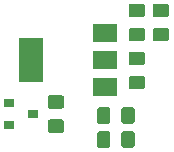
<source format=gbr>
G04 #@! TF.GenerationSoftware,KiCad,Pcbnew,(5.1.5)-3*
G04 #@! TF.CreationDate,2020-09-18T03:50:12-03:00*
G04 #@! TF.ProjectId,UFRGS PILL,55465247-5320-4504-994c-4c2e6b696361,0.1*
G04 #@! TF.SameCoordinates,Original*
G04 #@! TF.FileFunction,Paste,Bot*
G04 #@! TF.FilePolarity,Positive*
%FSLAX46Y46*%
G04 Gerber Fmt 4.6, Leading zero omitted, Abs format (unit mm)*
G04 Created by KiCad (PCBNEW (5.1.5)-3) date 2020-09-18 03:50:12*
%MOMM*%
%LPD*%
G04 APERTURE LIST*
%ADD10C,0.100000*%
%ADD11R,2.000000X1.500000*%
%ADD12R,2.000000X3.800000*%
%ADD13R,0.900000X0.800000*%
G04 APERTURE END LIST*
D10*
G36*
X122394505Y-46661204D02*
G01*
X122418773Y-46664804D01*
X122442572Y-46670765D01*
X122465671Y-46679030D01*
X122487850Y-46689520D01*
X122508893Y-46702132D01*
X122528599Y-46716747D01*
X122546777Y-46733223D01*
X122563253Y-46751401D01*
X122577868Y-46771107D01*
X122590480Y-46792150D01*
X122600970Y-46814329D01*
X122609235Y-46837428D01*
X122615196Y-46861227D01*
X122618796Y-46885495D01*
X122620000Y-46909999D01*
X122620000Y-47560001D01*
X122618796Y-47584505D01*
X122615196Y-47608773D01*
X122609235Y-47632572D01*
X122600970Y-47655671D01*
X122590480Y-47677850D01*
X122577868Y-47698893D01*
X122563253Y-47718599D01*
X122546777Y-47736777D01*
X122528599Y-47753253D01*
X122508893Y-47767868D01*
X122487850Y-47780480D01*
X122465671Y-47790970D01*
X122442572Y-47799235D01*
X122418773Y-47805196D01*
X122394505Y-47808796D01*
X122370001Y-47810000D01*
X121469999Y-47810000D01*
X121445495Y-47808796D01*
X121421227Y-47805196D01*
X121397428Y-47799235D01*
X121374329Y-47790970D01*
X121352150Y-47780480D01*
X121331107Y-47767868D01*
X121311401Y-47753253D01*
X121293223Y-47736777D01*
X121276747Y-47718599D01*
X121262132Y-47698893D01*
X121249520Y-47677850D01*
X121239030Y-47655671D01*
X121230765Y-47632572D01*
X121224804Y-47608773D01*
X121221204Y-47584505D01*
X121220000Y-47560001D01*
X121220000Y-46909999D01*
X121221204Y-46885495D01*
X121224804Y-46861227D01*
X121230765Y-46837428D01*
X121239030Y-46814329D01*
X121249520Y-46792150D01*
X121262132Y-46771107D01*
X121276747Y-46751401D01*
X121293223Y-46733223D01*
X121311401Y-46716747D01*
X121331107Y-46702132D01*
X121352150Y-46689520D01*
X121374329Y-46679030D01*
X121397428Y-46670765D01*
X121421227Y-46664804D01*
X121445495Y-46661204D01*
X121469999Y-46660000D01*
X122370001Y-46660000D01*
X122394505Y-46661204D01*
G37*
G36*
X122394505Y-48711204D02*
G01*
X122418773Y-48714804D01*
X122442572Y-48720765D01*
X122465671Y-48729030D01*
X122487850Y-48739520D01*
X122508893Y-48752132D01*
X122528599Y-48766747D01*
X122546777Y-48783223D01*
X122563253Y-48801401D01*
X122577868Y-48821107D01*
X122590480Y-48842150D01*
X122600970Y-48864329D01*
X122609235Y-48887428D01*
X122615196Y-48911227D01*
X122618796Y-48935495D01*
X122620000Y-48959999D01*
X122620000Y-49610001D01*
X122618796Y-49634505D01*
X122615196Y-49658773D01*
X122609235Y-49682572D01*
X122600970Y-49705671D01*
X122590480Y-49727850D01*
X122577868Y-49748893D01*
X122563253Y-49768599D01*
X122546777Y-49786777D01*
X122528599Y-49803253D01*
X122508893Y-49817868D01*
X122487850Y-49830480D01*
X122465671Y-49840970D01*
X122442572Y-49849235D01*
X122418773Y-49855196D01*
X122394505Y-49858796D01*
X122370001Y-49860000D01*
X121469999Y-49860000D01*
X121445495Y-49858796D01*
X121421227Y-49855196D01*
X121397428Y-49849235D01*
X121374329Y-49840970D01*
X121352150Y-49830480D01*
X121331107Y-49817868D01*
X121311401Y-49803253D01*
X121293223Y-49786777D01*
X121276747Y-49768599D01*
X121262132Y-49748893D01*
X121249520Y-49727850D01*
X121239030Y-49705671D01*
X121230765Y-49682572D01*
X121224804Y-49658773D01*
X121221204Y-49634505D01*
X121220000Y-49610001D01*
X121220000Y-48959999D01*
X121221204Y-48935495D01*
X121224804Y-48911227D01*
X121230765Y-48887428D01*
X121239030Y-48864329D01*
X121249520Y-48842150D01*
X121262132Y-48821107D01*
X121276747Y-48801401D01*
X121293223Y-48783223D01*
X121311401Y-48766747D01*
X121331107Y-48752132D01*
X121352150Y-48739520D01*
X121374329Y-48729030D01*
X121397428Y-48720765D01*
X121421227Y-48714804D01*
X121445495Y-48711204D01*
X121469999Y-48710000D01*
X122370001Y-48710000D01*
X122394505Y-48711204D01*
G37*
D11*
X119228000Y-45071000D03*
X119228000Y-49671000D03*
X119228000Y-47371000D03*
D12*
X112928000Y-47371000D03*
D10*
G36*
X115536505Y-50344204D02*
G01*
X115560773Y-50347804D01*
X115584572Y-50353765D01*
X115607671Y-50362030D01*
X115629850Y-50372520D01*
X115650893Y-50385132D01*
X115670599Y-50399747D01*
X115688777Y-50416223D01*
X115705253Y-50434401D01*
X115719868Y-50454107D01*
X115732480Y-50475150D01*
X115742970Y-50497329D01*
X115751235Y-50520428D01*
X115757196Y-50544227D01*
X115760796Y-50568495D01*
X115762000Y-50592999D01*
X115762000Y-51243001D01*
X115760796Y-51267505D01*
X115757196Y-51291773D01*
X115751235Y-51315572D01*
X115742970Y-51338671D01*
X115732480Y-51360850D01*
X115719868Y-51381893D01*
X115705253Y-51401599D01*
X115688777Y-51419777D01*
X115670599Y-51436253D01*
X115650893Y-51450868D01*
X115629850Y-51463480D01*
X115607671Y-51473970D01*
X115584572Y-51482235D01*
X115560773Y-51488196D01*
X115536505Y-51491796D01*
X115512001Y-51493000D01*
X114611999Y-51493000D01*
X114587495Y-51491796D01*
X114563227Y-51488196D01*
X114539428Y-51482235D01*
X114516329Y-51473970D01*
X114494150Y-51463480D01*
X114473107Y-51450868D01*
X114453401Y-51436253D01*
X114435223Y-51419777D01*
X114418747Y-51401599D01*
X114404132Y-51381893D01*
X114391520Y-51360850D01*
X114381030Y-51338671D01*
X114372765Y-51315572D01*
X114366804Y-51291773D01*
X114363204Y-51267505D01*
X114362000Y-51243001D01*
X114362000Y-50592999D01*
X114363204Y-50568495D01*
X114366804Y-50544227D01*
X114372765Y-50520428D01*
X114381030Y-50497329D01*
X114391520Y-50475150D01*
X114404132Y-50454107D01*
X114418747Y-50434401D01*
X114435223Y-50416223D01*
X114453401Y-50399747D01*
X114473107Y-50385132D01*
X114494150Y-50372520D01*
X114516329Y-50362030D01*
X114539428Y-50353765D01*
X114563227Y-50347804D01*
X114587495Y-50344204D01*
X114611999Y-50343000D01*
X115512001Y-50343000D01*
X115536505Y-50344204D01*
G37*
G36*
X115536505Y-52394204D02*
G01*
X115560773Y-52397804D01*
X115584572Y-52403765D01*
X115607671Y-52412030D01*
X115629850Y-52422520D01*
X115650893Y-52435132D01*
X115670599Y-52449747D01*
X115688777Y-52466223D01*
X115705253Y-52484401D01*
X115719868Y-52504107D01*
X115732480Y-52525150D01*
X115742970Y-52547329D01*
X115751235Y-52570428D01*
X115757196Y-52594227D01*
X115760796Y-52618495D01*
X115762000Y-52642999D01*
X115762000Y-53293001D01*
X115760796Y-53317505D01*
X115757196Y-53341773D01*
X115751235Y-53365572D01*
X115742970Y-53388671D01*
X115732480Y-53410850D01*
X115719868Y-53431893D01*
X115705253Y-53451599D01*
X115688777Y-53469777D01*
X115670599Y-53486253D01*
X115650893Y-53500868D01*
X115629850Y-53513480D01*
X115607671Y-53523970D01*
X115584572Y-53532235D01*
X115560773Y-53538196D01*
X115536505Y-53541796D01*
X115512001Y-53543000D01*
X114611999Y-53543000D01*
X114587495Y-53541796D01*
X114563227Y-53538196D01*
X114539428Y-53532235D01*
X114516329Y-53523970D01*
X114494150Y-53513480D01*
X114473107Y-53500868D01*
X114453401Y-53486253D01*
X114435223Y-53469777D01*
X114418747Y-53451599D01*
X114404132Y-53431893D01*
X114391520Y-53410850D01*
X114381030Y-53388671D01*
X114372765Y-53365572D01*
X114366804Y-53341773D01*
X114363204Y-53317505D01*
X114362000Y-53293001D01*
X114362000Y-52642999D01*
X114363204Y-52618495D01*
X114366804Y-52594227D01*
X114372765Y-52570428D01*
X114381030Y-52547329D01*
X114391520Y-52525150D01*
X114404132Y-52504107D01*
X114418747Y-52484401D01*
X114435223Y-52466223D01*
X114453401Y-52449747D01*
X114473107Y-52435132D01*
X114494150Y-52422520D01*
X114516329Y-52412030D01*
X114539428Y-52403765D01*
X114563227Y-52397804D01*
X114587495Y-52394204D01*
X114611999Y-52393000D01*
X115512001Y-52393000D01*
X115536505Y-52394204D01*
G37*
D13*
X113141000Y-51943000D03*
X111141000Y-50993000D03*
X111141000Y-52893000D03*
D10*
G36*
X124426505Y-42597204D02*
G01*
X124450773Y-42600804D01*
X124474572Y-42606765D01*
X124497671Y-42615030D01*
X124519850Y-42625520D01*
X124540893Y-42638132D01*
X124560599Y-42652747D01*
X124578777Y-42669223D01*
X124595253Y-42687401D01*
X124609868Y-42707107D01*
X124622480Y-42728150D01*
X124632970Y-42750329D01*
X124641235Y-42773428D01*
X124647196Y-42797227D01*
X124650796Y-42821495D01*
X124652000Y-42845999D01*
X124652000Y-43496001D01*
X124650796Y-43520505D01*
X124647196Y-43544773D01*
X124641235Y-43568572D01*
X124632970Y-43591671D01*
X124622480Y-43613850D01*
X124609868Y-43634893D01*
X124595253Y-43654599D01*
X124578777Y-43672777D01*
X124560599Y-43689253D01*
X124540893Y-43703868D01*
X124519850Y-43716480D01*
X124497671Y-43726970D01*
X124474572Y-43735235D01*
X124450773Y-43741196D01*
X124426505Y-43744796D01*
X124402001Y-43746000D01*
X123501999Y-43746000D01*
X123477495Y-43744796D01*
X123453227Y-43741196D01*
X123429428Y-43735235D01*
X123406329Y-43726970D01*
X123384150Y-43716480D01*
X123363107Y-43703868D01*
X123343401Y-43689253D01*
X123325223Y-43672777D01*
X123308747Y-43654599D01*
X123294132Y-43634893D01*
X123281520Y-43613850D01*
X123271030Y-43591671D01*
X123262765Y-43568572D01*
X123256804Y-43544773D01*
X123253204Y-43520505D01*
X123252000Y-43496001D01*
X123252000Y-42845999D01*
X123253204Y-42821495D01*
X123256804Y-42797227D01*
X123262765Y-42773428D01*
X123271030Y-42750329D01*
X123281520Y-42728150D01*
X123294132Y-42707107D01*
X123308747Y-42687401D01*
X123325223Y-42669223D01*
X123343401Y-42652747D01*
X123363107Y-42638132D01*
X123384150Y-42625520D01*
X123406329Y-42615030D01*
X123429428Y-42606765D01*
X123453227Y-42600804D01*
X123477495Y-42597204D01*
X123501999Y-42596000D01*
X124402001Y-42596000D01*
X124426505Y-42597204D01*
G37*
G36*
X124426505Y-44647204D02*
G01*
X124450773Y-44650804D01*
X124474572Y-44656765D01*
X124497671Y-44665030D01*
X124519850Y-44675520D01*
X124540893Y-44688132D01*
X124560599Y-44702747D01*
X124578777Y-44719223D01*
X124595253Y-44737401D01*
X124609868Y-44757107D01*
X124622480Y-44778150D01*
X124632970Y-44800329D01*
X124641235Y-44823428D01*
X124647196Y-44847227D01*
X124650796Y-44871495D01*
X124652000Y-44895999D01*
X124652000Y-45546001D01*
X124650796Y-45570505D01*
X124647196Y-45594773D01*
X124641235Y-45618572D01*
X124632970Y-45641671D01*
X124622480Y-45663850D01*
X124609868Y-45684893D01*
X124595253Y-45704599D01*
X124578777Y-45722777D01*
X124560599Y-45739253D01*
X124540893Y-45753868D01*
X124519850Y-45766480D01*
X124497671Y-45776970D01*
X124474572Y-45785235D01*
X124450773Y-45791196D01*
X124426505Y-45794796D01*
X124402001Y-45796000D01*
X123501999Y-45796000D01*
X123477495Y-45794796D01*
X123453227Y-45791196D01*
X123429428Y-45785235D01*
X123406329Y-45776970D01*
X123384150Y-45766480D01*
X123363107Y-45753868D01*
X123343401Y-45739253D01*
X123325223Y-45722777D01*
X123308747Y-45704599D01*
X123294132Y-45684893D01*
X123281520Y-45663850D01*
X123271030Y-45641671D01*
X123262765Y-45618572D01*
X123256804Y-45594773D01*
X123253204Y-45570505D01*
X123252000Y-45546001D01*
X123252000Y-44895999D01*
X123253204Y-44871495D01*
X123256804Y-44847227D01*
X123262765Y-44823428D01*
X123271030Y-44800329D01*
X123281520Y-44778150D01*
X123294132Y-44757107D01*
X123308747Y-44737401D01*
X123325223Y-44719223D01*
X123343401Y-44702747D01*
X123363107Y-44688132D01*
X123384150Y-44675520D01*
X123406329Y-44665030D01*
X123429428Y-44656765D01*
X123453227Y-44650804D01*
X123477495Y-44647204D01*
X123501999Y-44646000D01*
X124402001Y-44646000D01*
X124426505Y-44647204D01*
G37*
G36*
X122394505Y-42597204D02*
G01*
X122418773Y-42600804D01*
X122442572Y-42606765D01*
X122465671Y-42615030D01*
X122487850Y-42625520D01*
X122508893Y-42638132D01*
X122528599Y-42652747D01*
X122546777Y-42669223D01*
X122563253Y-42687401D01*
X122577868Y-42707107D01*
X122590480Y-42728150D01*
X122600970Y-42750329D01*
X122609235Y-42773428D01*
X122615196Y-42797227D01*
X122618796Y-42821495D01*
X122620000Y-42845999D01*
X122620000Y-43496001D01*
X122618796Y-43520505D01*
X122615196Y-43544773D01*
X122609235Y-43568572D01*
X122600970Y-43591671D01*
X122590480Y-43613850D01*
X122577868Y-43634893D01*
X122563253Y-43654599D01*
X122546777Y-43672777D01*
X122528599Y-43689253D01*
X122508893Y-43703868D01*
X122487850Y-43716480D01*
X122465671Y-43726970D01*
X122442572Y-43735235D01*
X122418773Y-43741196D01*
X122394505Y-43744796D01*
X122370001Y-43746000D01*
X121469999Y-43746000D01*
X121445495Y-43744796D01*
X121421227Y-43741196D01*
X121397428Y-43735235D01*
X121374329Y-43726970D01*
X121352150Y-43716480D01*
X121331107Y-43703868D01*
X121311401Y-43689253D01*
X121293223Y-43672777D01*
X121276747Y-43654599D01*
X121262132Y-43634893D01*
X121249520Y-43613850D01*
X121239030Y-43591671D01*
X121230765Y-43568572D01*
X121224804Y-43544773D01*
X121221204Y-43520505D01*
X121220000Y-43496001D01*
X121220000Y-42845999D01*
X121221204Y-42821495D01*
X121224804Y-42797227D01*
X121230765Y-42773428D01*
X121239030Y-42750329D01*
X121249520Y-42728150D01*
X121262132Y-42707107D01*
X121276747Y-42687401D01*
X121293223Y-42669223D01*
X121311401Y-42652747D01*
X121331107Y-42638132D01*
X121352150Y-42625520D01*
X121374329Y-42615030D01*
X121397428Y-42606765D01*
X121421227Y-42600804D01*
X121445495Y-42597204D01*
X121469999Y-42596000D01*
X122370001Y-42596000D01*
X122394505Y-42597204D01*
G37*
G36*
X122394505Y-44647204D02*
G01*
X122418773Y-44650804D01*
X122442572Y-44656765D01*
X122465671Y-44665030D01*
X122487850Y-44675520D01*
X122508893Y-44688132D01*
X122528599Y-44702747D01*
X122546777Y-44719223D01*
X122563253Y-44737401D01*
X122577868Y-44757107D01*
X122590480Y-44778150D01*
X122600970Y-44800329D01*
X122609235Y-44823428D01*
X122615196Y-44847227D01*
X122618796Y-44871495D01*
X122620000Y-44895999D01*
X122620000Y-45546001D01*
X122618796Y-45570505D01*
X122615196Y-45594773D01*
X122609235Y-45618572D01*
X122600970Y-45641671D01*
X122590480Y-45663850D01*
X122577868Y-45684893D01*
X122563253Y-45704599D01*
X122546777Y-45722777D01*
X122528599Y-45739253D01*
X122508893Y-45753868D01*
X122487850Y-45766480D01*
X122465671Y-45776970D01*
X122442572Y-45785235D01*
X122418773Y-45791196D01*
X122394505Y-45794796D01*
X122370001Y-45796000D01*
X121469999Y-45796000D01*
X121445495Y-45794796D01*
X121421227Y-45791196D01*
X121397428Y-45785235D01*
X121374329Y-45776970D01*
X121352150Y-45766480D01*
X121331107Y-45753868D01*
X121311401Y-45739253D01*
X121293223Y-45722777D01*
X121276747Y-45704599D01*
X121262132Y-45684893D01*
X121249520Y-45663850D01*
X121239030Y-45641671D01*
X121230765Y-45618572D01*
X121224804Y-45594773D01*
X121221204Y-45570505D01*
X121220000Y-45546001D01*
X121220000Y-44895999D01*
X121221204Y-44871495D01*
X121224804Y-44847227D01*
X121230765Y-44823428D01*
X121239030Y-44800329D01*
X121249520Y-44778150D01*
X121262132Y-44757107D01*
X121276747Y-44737401D01*
X121293223Y-44719223D01*
X121311401Y-44702747D01*
X121331107Y-44688132D01*
X121352150Y-44675520D01*
X121374329Y-44665030D01*
X121397428Y-44656765D01*
X121421227Y-44650804D01*
X121445495Y-44647204D01*
X121469999Y-44646000D01*
X122370001Y-44646000D01*
X122394505Y-44647204D01*
G37*
G36*
X121516910Y-51371202D02*
G01*
X121541135Y-51374795D01*
X121564891Y-51380746D01*
X121587949Y-51388996D01*
X121610087Y-51399467D01*
X121631093Y-51412057D01*
X121650763Y-51426645D01*
X121668908Y-51443092D01*
X121685355Y-51461237D01*
X121699943Y-51480907D01*
X121712533Y-51501913D01*
X121723004Y-51524051D01*
X121731254Y-51547109D01*
X121737205Y-51570865D01*
X121740798Y-51595090D01*
X121742000Y-51619550D01*
X121742000Y-52520450D01*
X121740798Y-52544910D01*
X121737205Y-52569135D01*
X121731254Y-52592891D01*
X121723004Y-52615949D01*
X121712533Y-52638087D01*
X121699943Y-52659093D01*
X121685355Y-52678763D01*
X121668908Y-52696908D01*
X121650763Y-52713355D01*
X121631093Y-52727943D01*
X121610087Y-52740533D01*
X121587949Y-52751004D01*
X121564891Y-52759254D01*
X121541135Y-52765205D01*
X121516910Y-52768798D01*
X121492450Y-52770000D01*
X120841550Y-52770000D01*
X120817090Y-52768798D01*
X120792865Y-52765205D01*
X120769109Y-52759254D01*
X120746051Y-52751004D01*
X120723913Y-52740533D01*
X120702907Y-52727943D01*
X120683237Y-52713355D01*
X120665092Y-52696908D01*
X120648645Y-52678763D01*
X120634057Y-52659093D01*
X120621467Y-52638087D01*
X120610996Y-52615949D01*
X120602746Y-52592891D01*
X120596795Y-52569135D01*
X120593202Y-52544910D01*
X120592000Y-52520450D01*
X120592000Y-51619550D01*
X120593202Y-51595090D01*
X120596795Y-51570865D01*
X120602746Y-51547109D01*
X120610996Y-51524051D01*
X120621467Y-51501913D01*
X120634057Y-51480907D01*
X120648645Y-51461237D01*
X120665092Y-51443092D01*
X120683237Y-51426645D01*
X120702907Y-51412057D01*
X120723913Y-51399467D01*
X120746051Y-51388996D01*
X120769109Y-51380746D01*
X120792865Y-51374795D01*
X120817090Y-51371202D01*
X120841550Y-51370000D01*
X121492450Y-51370000D01*
X121516910Y-51371202D01*
G37*
G36*
X119466505Y-51371204D02*
G01*
X119490773Y-51374804D01*
X119514572Y-51380765D01*
X119537671Y-51389030D01*
X119559850Y-51399520D01*
X119580893Y-51412132D01*
X119600599Y-51426747D01*
X119618777Y-51443223D01*
X119635253Y-51461401D01*
X119649868Y-51481107D01*
X119662480Y-51502150D01*
X119672970Y-51524329D01*
X119681235Y-51547428D01*
X119687196Y-51571227D01*
X119690796Y-51595495D01*
X119692000Y-51619999D01*
X119692000Y-52520001D01*
X119690796Y-52544505D01*
X119687196Y-52568773D01*
X119681235Y-52592572D01*
X119672970Y-52615671D01*
X119662480Y-52637850D01*
X119649868Y-52658893D01*
X119635253Y-52678599D01*
X119618777Y-52696777D01*
X119600599Y-52713253D01*
X119580893Y-52727868D01*
X119559850Y-52740480D01*
X119537671Y-52750970D01*
X119514572Y-52759235D01*
X119490773Y-52765196D01*
X119466505Y-52768796D01*
X119442001Y-52770000D01*
X118791999Y-52770000D01*
X118767495Y-52768796D01*
X118743227Y-52765196D01*
X118719428Y-52759235D01*
X118696329Y-52750970D01*
X118674150Y-52740480D01*
X118653107Y-52727868D01*
X118633401Y-52713253D01*
X118615223Y-52696777D01*
X118598747Y-52678599D01*
X118584132Y-52658893D01*
X118571520Y-52637850D01*
X118561030Y-52615671D01*
X118552765Y-52592572D01*
X118546804Y-52568773D01*
X118543204Y-52544505D01*
X118542000Y-52520001D01*
X118542000Y-51619999D01*
X118543204Y-51595495D01*
X118546804Y-51571227D01*
X118552765Y-51547428D01*
X118561030Y-51524329D01*
X118571520Y-51502150D01*
X118584132Y-51481107D01*
X118598747Y-51461401D01*
X118615223Y-51443223D01*
X118633401Y-51426747D01*
X118653107Y-51412132D01*
X118674150Y-51399520D01*
X118696329Y-51389030D01*
X118719428Y-51380765D01*
X118743227Y-51374804D01*
X118767495Y-51371204D01*
X118791999Y-51370000D01*
X119442001Y-51370000D01*
X119466505Y-51371204D01*
G37*
G36*
X121516505Y-53403204D02*
G01*
X121540773Y-53406804D01*
X121564572Y-53412765D01*
X121587671Y-53421030D01*
X121609850Y-53431520D01*
X121630893Y-53444132D01*
X121650599Y-53458747D01*
X121668777Y-53475223D01*
X121685253Y-53493401D01*
X121699868Y-53513107D01*
X121712480Y-53534150D01*
X121722970Y-53556329D01*
X121731235Y-53579428D01*
X121737196Y-53603227D01*
X121740796Y-53627495D01*
X121742000Y-53651999D01*
X121742000Y-54552001D01*
X121740796Y-54576505D01*
X121737196Y-54600773D01*
X121731235Y-54624572D01*
X121722970Y-54647671D01*
X121712480Y-54669850D01*
X121699868Y-54690893D01*
X121685253Y-54710599D01*
X121668777Y-54728777D01*
X121650599Y-54745253D01*
X121630893Y-54759868D01*
X121609850Y-54772480D01*
X121587671Y-54782970D01*
X121564572Y-54791235D01*
X121540773Y-54797196D01*
X121516505Y-54800796D01*
X121492001Y-54802000D01*
X120841999Y-54802000D01*
X120817495Y-54800796D01*
X120793227Y-54797196D01*
X120769428Y-54791235D01*
X120746329Y-54782970D01*
X120724150Y-54772480D01*
X120703107Y-54759868D01*
X120683401Y-54745253D01*
X120665223Y-54728777D01*
X120648747Y-54710599D01*
X120634132Y-54690893D01*
X120621520Y-54669850D01*
X120611030Y-54647671D01*
X120602765Y-54624572D01*
X120596804Y-54600773D01*
X120593204Y-54576505D01*
X120592000Y-54552001D01*
X120592000Y-53651999D01*
X120593204Y-53627495D01*
X120596804Y-53603227D01*
X120602765Y-53579428D01*
X120611030Y-53556329D01*
X120621520Y-53534150D01*
X120634132Y-53513107D01*
X120648747Y-53493401D01*
X120665223Y-53475223D01*
X120683401Y-53458747D01*
X120703107Y-53444132D01*
X120724150Y-53431520D01*
X120746329Y-53421030D01*
X120769428Y-53412765D01*
X120793227Y-53406804D01*
X120817495Y-53403204D01*
X120841999Y-53402000D01*
X121492001Y-53402000D01*
X121516505Y-53403204D01*
G37*
G36*
X119466505Y-53403204D02*
G01*
X119490773Y-53406804D01*
X119514572Y-53412765D01*
X119537671Y-53421030D01*
X119559850Y-53431520D01*
X119580893Y-53444132D01*
X119600599Y-53458747D01*
X119618777Y-53475223D01*
X119635253Y-53493401D01*
X119649868Y-53513107D01*
X119662480Y-53534150D01*
X119672970Y-53556329D01*
X119681235Y-53579428D01*
X119687196Y-53603227D01*
X119690796Y-53627495D01*
X119692000Y-53651999D01*
X119692000Y-54552001D01*
X119690796Y-54576505D01*
X119687196Y-54600773D01*
X119681235Y-54624572D01*
X119672970Y-54647671D01*
X119662480Y-54669850D01*
X119649868Y-54690893D01*
X119635253Y-54710599D01*
X119618777Y-54728777D01*
X119600599Y-54745253D01*
X119580893Y-54759868D01*
X119559850Y-54772480D01*
X119537671Y-54782970D01*
X119514572Y-54791235D01*
X119490773Y-54797196D01*
X119466505Y-54800796D01*
X119442001Y-54802000D01*
X118791999Y-54802000D01*
X118767495Y-54800796D01*
X118743227Y-54797196D01*
X118719428Y-54791235D01*
X118696329Y-54782970D01*
X118674150Y-54772480D01*
X118653107Y-54759868D01*
X118633401Y-54745253D01*
X118615223Y-54728777D01*
X118598747Y-54710599D01*
X118584132Y-54690893D01*
X118571520Y-54669850D01*
X118561030Y-54647671D01*
X118552765Y-54624572D01*
X118546804Y-54600773D01*
X118543204Y-54576505D01*
X118542000Y-54552001D01*
X118542000Y-53651999D01*
X118543204Y-53627495D01*
X118546804Y-53603227D01*
X118552765Y-53579428D01*
X118561030Y-53556329D01*
X118571520Y-53534150D01*
X118584132Y-53513107D01*
X118598747Y-53493401D01*
X118615223Y-53475223D01*
X118633401Y-53458747D01*
X118653107Y-53444132D01*
X118674150Y-53431520D01*
X118696329Y-53421030D01*
X118719428Y-53412765D01*
X118743227Y-53406804D01*
X118767495Y-53403204D01*
X118791999Y-53402000D01*
X119442001Y-53402000D01*
X119466505Y-53403204D01*
G37*
M02*

</source>
